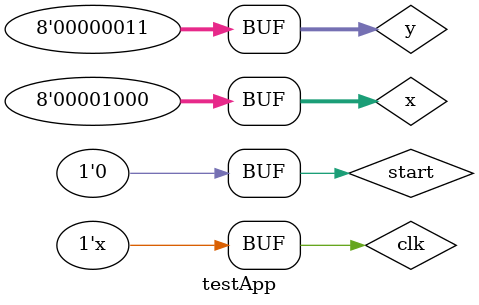
<source format=v>
`timescale 1ns / 1ps


module testApp(
);
reg       clk  ;
reg       rst_n;
reg [7:0] x    ;
reg [7:0] y    ;
reg       start;
wire        led0_en;
wire        led1_en;
wire        led2_en;
wire        led3_en;
wire        led4_en;
wire        led5_en;
wire        led6_en;
wire        led7_en;
wire        led_ca ;
wire        led_cb ;
wire        led_cc ;
wire        led_cd ;
wire        led_ce ;
wire        led_cf ;
wire        led_cg ;
wire        led_dp ;

app u_app(
    .clk(clk)  ,
    .rst_n(rst_n),
    .x(x)    ,
    .y(y)    ,
    .start(start),
    .led0_en(led0_en)    ,
    .led1_en(led1_en)    ,
    .led2_en(led2_en)    ,
    .led3_en(led3_en)    ,
    .led4_en(led4_en)    ,
    .led5_en(led5_en)    ,
    .led6_en(led6_en)    ,
    .led7_en(led7_en)    ,
    .led_ca(led_ca)    ,
    .led_cb(led_cb)    ,
    .led_cc(led_cc)    ,
    .led_cd(led_cd)    ,
    .led_ce(led_ce)    ,
    .led_cf(led_cf)    ,
    .led_cg(led_cg)    ,
    .led_dp(led_dp)
);


initial begin
    clk = 0;
    x = 8;
    y = 3;
    #10 start = 1;
    #2 start = 0;
     
end

always #1 clk = ~clk;


endmodule

</source>
